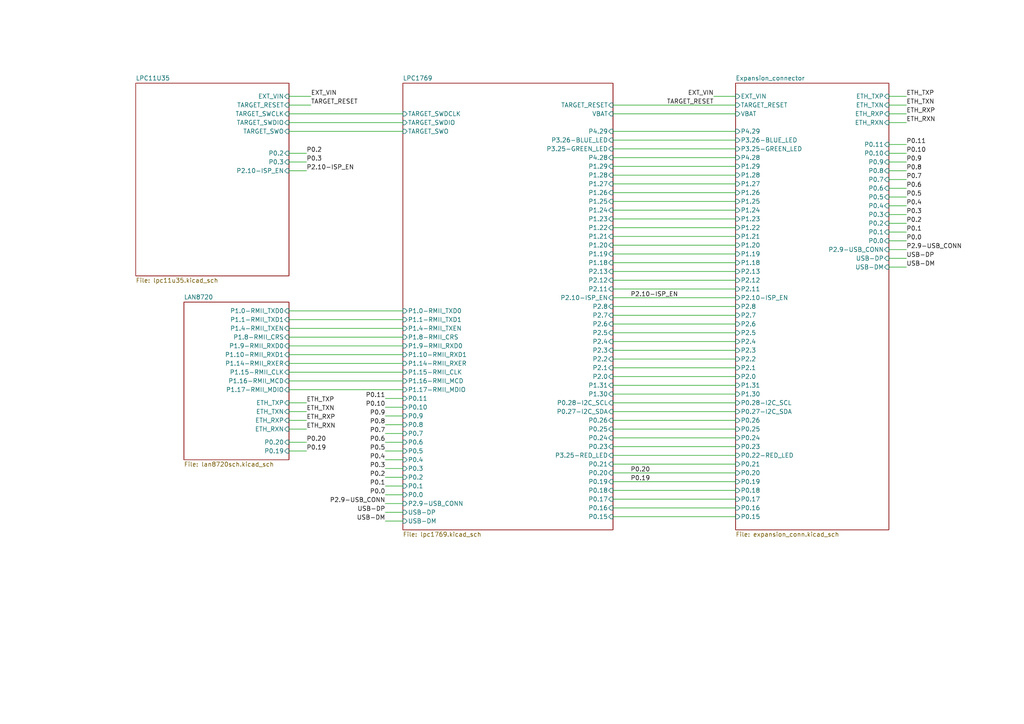
<source format=kicad_sch>
(kicad_sch (version 20230121) (generator eeschema)
  (paper "A4")
  (title_block (title "Módulo Stick LPC1769") (date "2019-10-09") (rev "v1.0") (company "Sistemas de Representacion UTN-FRBA") (comment 1 "DOCENTES: Fernando Aló/Franco Delconte") (comment 2 "CURSO: R1032") (comment 3 "ALUMNO: Jonathan Yujra"))
  (lib_symbols)
  (wire (pts (xy 116.84 120.65) (xy 111.76 120.65)))
  (wire (pts (xy 116.84 148.59) (xy 111.76 148.59)))
  (wire (pts (xy 116.84 151.13) (xy 111.76 151.13)))
  (wire (pts (xy 116.84 90.17) (xy 83.82 90.17)))
  (wire (pts (xy 213.36 91.44) (xy 177.8 91.44)))
  (wire (pts (xy 177.8 147.32) (xy 213.36 147.32)))
  (wire (pts (xy 257.81 44.45) (xy 262.89 44.45)))
  (wire (pts (xy 116.84 123.19) (xy 111.76 123.19)))
  (wire (pts (xy 262.89 30.48) (xy 257.81 30.48)))
  (wire (pts (xy 88.9 124.46) (xy 83.82 124.46)))
  (wire (pts (xy 83.82 102.87) (xy 116.84 102.87)))
  (wire (pts (xy 213.36 132.08) (xy 177.8 132.08)))
  (wire (pts (xy 257.81 62.23) (xy 262.89 62.23)))
  (wire (pts (xy 213.36 30.48) (xy 177.8 30.48)))
  (wire (pts (xy 213.36 60.96) (xy 177.8 60.96)))
  (wire (pts (xy 213.36 104.14) (xy 177.8 104.14)))
  (wire (pts (xy 83.82 46.99) (xy 88.9 46.99)))
  (wire (pts (xy 83.82 92.71) (xy 116.84 92.71)))
  (wire (pts (xy 177.8 83.82) (xy 213.36 83.82)))
  (wire (pts (xy 116.84 133.35) (xy 111.76 133.35)))
  (wire (pts (xy 116.84 100.33) (xy 83.82 100.33)))
  (wire (pts (xy 213.36 114.3) (xy 177.8 114.3)))
  (wire (pts (xy 116.84 110.49) (xy 83.82 110.49)))
  (wire (pts (xy 257.81 41.91) (xy 262.89 41.91)))
  (wire (pts (xy 213.36 119.38) (xy 177.8 119.38)))
  (wire (pts (xy 177.8 106.68) (xy 213.36 106.68)))
  (wire (pts (xy 116.84 135.89) (xy 111.76 135.89)))
  (wire (pts (xy 257.81 52.07) (xy 262.89 52.07)))
  (wire (pts (xy 213.36 68.58) (xy 177.8 68.58)))
  (wire (pts (xy 213.36 144.78) (xy 177.8 144.78)))
  (wire (pts (xy 116.84 130.81) (xy 111.76 130.81)))
  (wire (pts (xy 177.8 137.16) (xy 213.36 137.16)))
  (wire (pts (xy 257.81 77.47) (xy 262.89 77.47)))
  (wire (pts (xy 213.36 134.62) (xy 177.8 134.62)))
  (wire (pts (xy 177.8 53.34) (xy 213.36 53.34)))
  (wire (pts (xy 207.01 27.94) (xy 213.36 27.94)))
  (wire (pts (xy 116.84 125.73) (xy 111.76 125.73)))
  (wire (pts (xy 213.36 109.22) (xy 177.8 109.22)))
  (wire (pts (xy 177.8 58.42) (xy 213.36 58.42)))
  (wire (pts (xy 262.89 33.02) (xy 257.81 33.02)))
  (wire (pts (xy 177.8 124.46) (xy 213.36 124.46)))
  (wire (pts (xy 88.9 49.53) (xy 83.82 49.53)))
  (wire (pts (xy 88.9 130.81) (xy 83.82 130.81)))
  (wire (pts (xy 116.84 115.57) (xy 111.76 115.57)))
  (wire (pts (xy 257.81 46.99) (xy 262.89 46.99)))
  (wire (pts (xy 257.81 54.61) (xy 262.89 54.61)))
  (wire (pts (xy 213.36 121.92) (xy 177.8 121.92)))
  (wire (pts (xy 116.84 33.02) (xy 83.82 33.02)))
  (wire (pts (xy 83.82 44.45) (xy 88.9 44.45)))
  (wire (pts (xy 213.36 50.8) (xy 177.8 50.8)))
  (wire (pts (xy 213.36 81.28) (xy 177.8 81.28)))
  (wire (pts (xy 213.36 63.5) (xy 177.8 63.5)))
  (wire (pts (xy 116.84 128.27) (xy 111.76 128.27)))
  (wire (pts (xy 213.36 33.02) (xy 177.8 33.02)))
  (wire (pts (xy 177.8 88.9) (xy 213.36 88.9)))
  (wire (pts (xy 116.84 138.43) (xy 111.76 138.43)))
  (wire (pts (xy 257.81 64.77) (xy 262.89 64.77)))
  (wire (pts (xy 177.8 76.2) (xy 213.36 76.2)))
  (wire (pts (xy 116.84 95.25) (xy 83.82 95.25)))
  (wire (pts (xy 116.84 140.97) (xy 111.76 140.97)))
  (wire (pts (xy 213.36 86.36) (xy 177.8 86.36)))
  (wire (pts (xy 177.8 40.64) (xy 213.36 40.64)))
  (wire (pts (xy 177.8 111.76) (xy 213.36 111.76)))
  (wire (pts (xy 83.82 113.03) (xy 116.84 113.03)))
  (wire (pts (xy 177.8 142.24) (xy 213.36 142.24)))
  (wire (pts (xy 257.81 59.69) (xy 262.89 59.69)))
  (wire (pts (xy 213.36 139.7) (xy 177.8 139.7)))
  (wire (pts (xy 177.8 66.04) (xy 213.36 66.04)))
  (wire (pts (xy 177.8 71.12) (xy 213.36 71.12)))
  (wire (pts (xy 213.36 45.72) (xy 177.8 45.72)))
  (wire (pts (xy 213.36 78.74) (xy 177.8 78.74)))
  (wire (pts (xy 177.8 129.54) (xy 213.36 129.54)))
  (wire (pts (xy 262.89 35.56) (xy 257.81 35.56)))
  (wire (pts (xy 83.82 38.1) (xy 116.84 38.1)))
  (wire (pts (xy 116.84 118.11) (xy 111.76 118.11)))
  (wire (pts (xy 213.36 96.52) (xy 177.8 96.52)))
  (wire (pts (xy 213.36 55.88) (xy 177.8 55.88)))
  (wire (pts (xy 257.81 72.39) (xy 262.89 72.39)))
  (wire (pts (xy 83.82 27.94) (xy 90.17 27.94)))
  (wire (pts (xy 90.17 30.48) (xy 83.82 30.48)))
  (wire (pts (xy 213.36 149.86) (xy 177.8 149.86)))
  (wire (pts (xy 213.36 73.66) (xy 177.8 73.66)))
  (wire (pts (xy 213.36 127) (xy 177.8 127)))
  (wire (pts (xy 213.36 99.06) (xy 177.8 99.06)))
  (wire (pts (xy 213.36 38.1) (xy 177.8 38.1)))
  (wire (pts (xy 116.84 105.41) (xy 83.82 105.41)))
  (wire (pts (xy 257.81 67.31) (xy 262.89 67.31)))
  (wire (pts (xy 177.8 116.84) (xy 213.36 116.84)))
  (wire (pts (xy 116.84 35.56) (xy 83.82 35.56)))
  (wire (pts (xy 257.81 74.93) (xy 262.89 74.93)))
  (wire (pts (xy 262.89 27.94) (xy 257.81 27.94)))
  (wire (pts (xy 88.9 119.38) (xy 83.82 119.38)))
  (wire (pts (xy 257.81 49.53) (xy 262.89 49.53)))
  (wire (pts (xy 83.82 97.79) (xy 116.84 97.79)))
  (wire (pts (xy 213.36 43.18) (xy 177.8 43.18)))
  (wire (pts (xy 88.9 116.84) (xy 83.82 116.84)))
  (wire (pts (xy 88.9 121.92) (xy 83.82 121.92)))
  (wire (pts (xy 177.8 48.26) (xy 213.36 48.26)))
  (wire (pts (xy 177.8 93.98) (xy 213.36 93.98)))
  (wire (pts (xy 116.84 146.05) (xy 111.76 146.05)))
  (wire (pts (xy 177.8 101.6) (xy 213.36 101.6)))
  (wire (pts (xy 88.9 128.27) (xy 83.82 128.27)))
  (wire (pts (xy 83.82 107.95) (xy 116.84 107.95)))
  (wire (pts (xy 257.81 57.15) (xy 262.89 57.15)))
  (wire (pts (xy 116.84 143.51) (xy 111.76 143.51)))
  (wire (pts (xy 257.81 69.85) (xy 262.89 69.85)))
  (label "P0.5" (at 262.89 57.15 0))
  (label "ETH_TXN" (at 88.9 119.38 0))
  (label "P0.3" (at 88.9 46.99 0))
  (label "P0.0" (at 262.89 69.85 0))
  (label "P2.9-USB_CONN" (at 262.89 72.39 0))
  (label "P0.1" (at 111.76 140.97 180))
  (label "P0.5" (at 111.76 130.81 180))
  (label "P0.9" (at 111.76 120.65 180))
  (label "P0.10" (at 262.89 44.45 0))
  (label "P0.11" (at 111.76 115.57 180))
  (label "P2.9-USB_CONN" (at 111.76 146.05 180))
  (label "ETH_TXP" (at 262.89 27.94 0))
  (label "EXT_VIN" (at 207.01 27.94 180))
  (label "ETH_RXN" (at 88.9 124.46 0))
  (label "P2.10-ISP_EN" (at 182.88 86.36 0))
  (label "P0.2" (at 88.9 44.45 0))
  (label "P0.19" (at 182.88 139.7 0))
  (label "ETH_TXN" (at 262.89 30.48 0))
  (label "P0.7" (at 262.89 52.07 0))
  (label "P0.9" (at 262.89 46.99 0))
  (label "TARGET_RESET" (at 90.17 30.48 0))
  (label "USB-DM" (at 111.76 151.13 180))
  (label "P0.0" (at 111.76 143.51 180))
  (label "TARGET_RESET" (at 207.01 30.48 180))
  (label "USB-DP" (at 111.76 148.59 180))
  (label "P0.19" (at 88.9 130.81 0))
  (label "P0.20" (at 88.9 128.27 0))
  (label "USB-DM" (at 262.89 77.47 0))
  (label "P2.10-ISP_EN" (at 88.9 49.53 0))
  (label "P0.3" (at 262.89 62.23 0))
  (label "P0.4" (at 111.76 133.35 180))
  (label "P0.8" (at 111.76 123.19 180))
  (label "P0.6" (at 111.76 128.27 180))
  (label "ETH_RXP" (at 262.89 33.02 0))
  (label "P0.6" (at 262.89 54.61 0))
  (label "ETH_RXN" (at 262.89 35.56 0))
  (label "P0.11" (at 262.89 41.91 0))
  (label "P0.3" (at 111.76 135.89 180))
  (label "P0.4" (at 262.89 59.69 0))
  (label "EXT_VIN" (at 90.17 27.94 0))
  (label "P0.7" (at 111.76 125.73 180))
  (label "P0.8" (at 262.89 49.53 0))
  (label "P0.20" (at 182.88 137.16 0))
  (label "P0.2" (at 111.76 138.43 180))
  (label "ETH_TXP" (at 88.9 116.84 0))
  (label "P0.10" (at 111.76 118.11 180))
  (label "ETH_RXP" (at 88.9 121.92 0))
  (label "USB-DP" (at 262.89 74.93 0))
  (label "P0.2" (at 262.89 64.77 0))
  (label "P0.1" (at 262.89 67.31 0))
  (sheet (at 39.37 24.13) (size 44.45 55.88)
    (property "Sheetname" "LPC11U35" (at 39.37 23.4184 0) (effects (justify left bottom)))
    (property "Sheetfile" "lpc11u35.kicad_sch" (at 39.37 80.5946 0) (effects (justify left top)))
    (pin "TARGET_RESET" input (at 83.82 30.48 0))
    (pin "TARGET_SWCLK" input (at 83.82 33.02 0))
    (pin "TARGET_SWDIO" input (at 83.82 35.56 0))
    (pin "TARGET_SWO" input (at 83.82 38.1 0))
    (pin "P2.10-ISP_EN" input (at 83.82 49.53 0))
    (pin "P0.2" input (at 83.82 44.45 0))
    (pin "P0.3" input (at 83.82 46.99 0))
    (pin "EXT_VIN" input (at 83.82 27.94 0))
  )
  (sheet (at 116.84 24.13) (size 60.96 129.54)
    (property "Sheetname" "LPC1769" (at 116.84 23.4184 0) (effects (justify left bottom)))
    (property "Sheetfile" "lpc1769.kicad_sch" (at 116.84 154.2546 0) (effects (justify left top)))
    (pin "P0.21" input (at 177.8 134.62 0))
    (pin "USB-DM" input (at 116.84 151.13 180))
    (pin "USB-DP" input (at 116.84 148.59 180))
    (pin "P0.1" input (at 116.84 140.97 180))
    (pin "P0.2" input (at 116.84 138.43 180))
    (pin "P0.3" input (at 116.84 135.89 180))
    (pin "P0.4" input (at 116.84 133.35 180))
    (pin "P0.5" input (at 116.84 130.81 180))
    (pin "P0.6" input (at 116.84 128.27 180))
    (pin "P0.7" input (at 116.84 125.73 180))
    (pin "P0.8" input (at 116.84 123.19 180))
    (pin "P0.9" input (at 116.84 120.65 180))
    (pin "P0.10" input (at 116.84 118.11 180))
    (pin "P0.11" input (at 116.84 115.57 180))
    (pin "P0.15" input (at 177.8 149.86 0))
    (pin "P0.16" input (at 177.8 147.32 0))
    (pin "P0.17" input (at 177.8 144.78 0))
    (pin "P0.18" input (at 177.8 142.24 0))
    (pin "P0.19" input (at 177.8 139.7 0))
    (pin "P0.20" input (at 177.8 137.16 0))
    (pin "VBAT" input (at 177.8 33.02 0))
    (pin "TARGET_RESET" input (at 177.8 30.48 0))
    (pin "TARGET_SWO" input (at 116.84 38.1 180))
    (pin "TARGET_SWDCLK" input (at 116.84 33.02 180))
    (pin "TARGET_SWDIO" input (at 116.84 35.56 180))
    (pin "P2.9-USB_CONN" input (at 116.84 146.05 180))
    (pin "P2.10-ISP_EN" input (at 177.8 86.36 0))
    (pin "P1.0-RMII_TXD0" input (at 116.84 90.17 180))
    (pin "P1.1-RMII_TXD1" input (at 116.84 92.71 180))
    (pin "P1.4-RMII_TXEN" input (at 116.84 95.25 180))
    (pin "P1.8-RMII_CRS" input (at 116.84 97.79 180))
    (pin "P1.9-RMII_RXD0" input (at 116.84 100.33 180))
    (pin "P1.10-RMII_RXD1" input (at 116.84 102.87 180))
    (pin "P1.14-RMII_RXER" input (at 116.84 105.41 180))
    (pin "P1.15-RMII_CLK" input (at 116.84 107.95 180))
    (pin "P1.16-RMII_MCD" input (at 116.84 110.49 180))
    (pin "P1.17-RMII_MDIO" input (at 116.84 113.03 180))
    (pin "P1.18" input (at 177.8 76.2 0))
    (pin "P1.19" input (at 177.8 73.66 0))
    (pin "P1.20" input (at 177.8 71.12 0))
    (pin "P1.21" input (at 177.8 68.58 0))
    (pin "P1.22" input (at 177.8 66.04 0))
    (pin "P1.23" input (at 177.8 63.5 0))
    (pin "P1.24" input (at 177.8 60.96 0))
    (pin "P1.25" input (at 177.8 58.42 0))
    (pin "P1.26" input (at 177.8 55.88 0))
    (pin "P1.27" input (at 177.8 53.34 0))
    (pin "P1.28" input (at 177.8 50.8 0))
    (pin "P1.29" input (at 177.8 48.26 0))
    (pin "P1.30" input (at 177.8 114.3 0))
    (pin "P1.31" input (at 177.8 111.76 0))
    (pin "P2.0" input (at 177.8 109.22 0))
    (pin "P2.1" input (at 177.8 106.68 0))
    (pin "P2.2" input (at 177.8 104.14 0))
    (pin "P2.3" input (at 177.8 101.6 0))
    (pin "P2.4" input (at 177.8 99.06 0))
    (pin "P2.5" input (at 177.8 96.52 0))
    (pin "P2.6" input (at 177.8 93.98 0))
    (pin "P2.7" input (at 177.8 91.44 0))
    (pin "P2.8" input (at 177.8 88.9 0))
    (pin "P2.11" input (at 177.8 83.82 0))
    (pin "P2.12" input (at 177.8 81.28 0))
    (pin "P2.13" input (at 177.8 78.74 0))
    (pin "P4.28" input (at 177.8 45.72 0))
    (pin "P4.29" input (at 177.8 38.1 0))
    (pin "P0.23" input (at 177.8 129.54 0))
    (pin "P0.24" input (at 177.8 127 0))
    (pin "P0.25" input (at 177.8 124.46 0))
    (pin "P0.26" input (at 177.8 121.92 0))
    (pin "P0.0" input (at 116.84 143.51 180))
    (pin "P3.26-BLUE_LED" input (at 177.8 40.64 0))
    (pin "P3.25-GREEN_LED" input (at 177.8 43.18 0))
    (pin "P3.25-RED_LED" input (at 177.8 132.08 0))
    (pin "P0.28-I2C_SCL" input (at 177.8 116.84 0))
    (pin "P0.27-I2C_SDA" input (at 177.8 119.38 0))
  )
  (sheet (at 53.34 87.63) (size 30.48 45.72)
    (property "Sheetname" "LAN8720" (at 53.34 86.9184 0) (effects (justify left bottom)))
    (property "Sheetfile" "lan8720sch.kicad_sch" (at 53.34 133.9346 0) (effects (justify left top)))
    (pin "P1.0-RMII_TXD0" input (at 83.82 90.17 0))
    (pin "P1.1-RMII_TXD1" input (at 83.82 92.71 0))
    (pin "P1.4-RMII_TXEN" input (at 83.82 95.25 0))
    (pin "P1.8-RMII_CRS" input (at 83.82 97.79 0))
    (pin "P1.9-RMII_RXD0" input (at 83.82 100.33 0))
    (pin "P1.10-RMII_RXD1" input (at 83.82 102.87 0))
    (pin "P1.14-RMII_RXER" input (at 83.82 105.41 0))
    (pin "P1.15-RMII_CLK" input (at 83.82 107.95 0))
    (pin "P1.16-RMII_MCD" input (at 83.82 110.49 0))
    (pin "P1.17-RMII_MDIO" input (at 83.82 113.03 0))
    (pin "ETH_TXP" input (at 83.82 116.84 0))
    (pin "ETH_TXN" input (at 83.82 119.38 0))
    (pin "ETH_RXP" input (at 83.82 121.92 0))
    (pin "ETH_RXN" input (at 83.82 124.46 0))
    (pin "P0.20" input (at 83.82 128.27 0))
    (pin "P0.19" input (at 83.82 130.81 0))
  )
  (sheet (at 213.36 24.13) (size 44.45 129.54)
    (property "Sheetname" "Expansion_connector" (at 213.36 23.4184 0) (effects (justify left bottom)))
    (property "Sheetfile" "expansion_conn.kicad_sch" (at 213.36 154.2546 0) (effects (justify left top)))
    (pin "P2.9-USB_CONN" input (at 257.81 72.39 0))
    (pin "P0.20" input (at 213.36 137.16 180))
    (pin "P0.19" input (at 213.36 139.7 180))
    (pin "P4.29" input (at 213.36 38.1 180))
    (pin "P3.26-BLUE_LED" input (at 213.36 40.64 180))
    (pin "P4.28" input (at 213.36 45.72 180))
    (pin "P1.29" input (at 213.36 48.26 180))
    (pin "P1.26" input (at 213.36 55.88 180))
    (pin "P1.23" input (at 213.36 63.5 180))
    (pin "P1.20" input (at 213.36 71.12 180))
    (pin "P1.28" input (at 213.36 50.8 180))
    (pin "P1.25" input (at 213.36 58.42 180))
    (pin "P1.22" input (at 213.36 66.04 180))
    (pin "P1.19" input (at 213.36 73.66 180))
    (pin "P1.27" input (at 213.36 53.34 180))
    (pin "P1.24" input (at 213.36 60.96 180))
    (pin "P1.21" input (at 213.36 68.58 180))
    (pin "P1.18" input (at 213.36 76.2 180))
    (pin "P2.12" input (at 213.36 81.28 180))
    (pin "P2.13" input (at 213.36 78.74 180))
    (pin "P2.11" input (at 213.36 83.82 180))
    (pin "P2.10-ISP_EN" input (at 213.36 86.36 180))
    (pin "P2.8" input (at 213.36 88.9 180))
    (pin "P2.7" input (at 213.36 91.44 180))
    (pin "P2.6" input (at 213.36 93.98 180))
    (pin "P2.5" input (at 213.36 96.52 180))
    (pin "P2.4" input (at 213.36 99.06 180))
    (pin "P2.3" input (at 213.36 101.6 180))
    (pin "P2.2" input (at 213.36 104.14 180))
    (pin "P2.1" input (at 213.36 106.68 180))
    (pin "P2.0" input (at 213.36 109.22 180))
    (pin "P0.11" input (at 257.81 41.91 0))
    (pin "P0.10" input (at 257.81 44.45 0))
    (pin "P0.5" input (at 257.81 57.15 0))
    (pin "P0.4" input (at 257.81 59.69 0))
    (pin "ETH_TXP" input (at 257.81 27.94 0))
    (pin "ETH_TXN" input (at 257.81 30.48 0))
    (pin "ETH_RXP" input (at 257.81 33.02 0))
    (pin "ETH_RXN" input (at 257.81 35.56 0))
    (pin "USB-DP" input (at 257.81 74.93 0))
    (pin "USB-DM" input (at 257.81 77.47 0))
    (pin "P0.28-I2C_SCL" input (at 213.36 116.84 180))
    (pin "P0.27-I2C_SDA" input (at 213.36 119.38 180))
    (pin "P0.22-RED_LED" input (at 213.36 132.08 180))
    (pin "P0.3" input (at 257.81 62.23 0))
    (pin "P0.2" input (at 257.81 64.77 0))
    (pin "P0.26" input (at 213.36 121.92 180))
    (pin "P0.25" input (at 213.36 124.46 180))
    (pin "P0.24" input (at 213.36 127 180))
    (pin "P0.23" input (at 213.36 129.54 180))
    (pin "P0.16" input (at 213.36 147.32 180))
    (pin "P0.15" input (at 213.36 149.86 180))
    (pin "P0.17" input (at 213.36 144.78 180))
    (pin "P0.18" input (at 213.36 142.24 180))
    (pin "P0.1" input (at 257.81 67.31 0))
    (pin "P0.0" input (at 257.81 69.85 0))
    (pin "P0.6" input (at 257.81 54.61 0))
    (pin "P0.7" input (at 257.81 52.07 0))
    (pin "P0.8" input (at 257.81 49.53 0))
    (pin "P0.9" input (at 257.81 46.99 0))
    (pin "TARGET_RESET" input (at 213.36 30.48 180))
    (pin "VBAT" input (at 213.36 33.02 180))
    (pin "EXT_VIN" input (at 213.36 27.94 180))
    (pin "P0.21" input (at 213.36 134.62 180))
    (pin "P1.31" input (at 213.36 111.76 180))
    (pin "P1.30" input (at 213.36 114.3 180))
    (pin "P3.25-GREEN_LED" input (at 213.36 43.18 180))
  )
)
</source>
